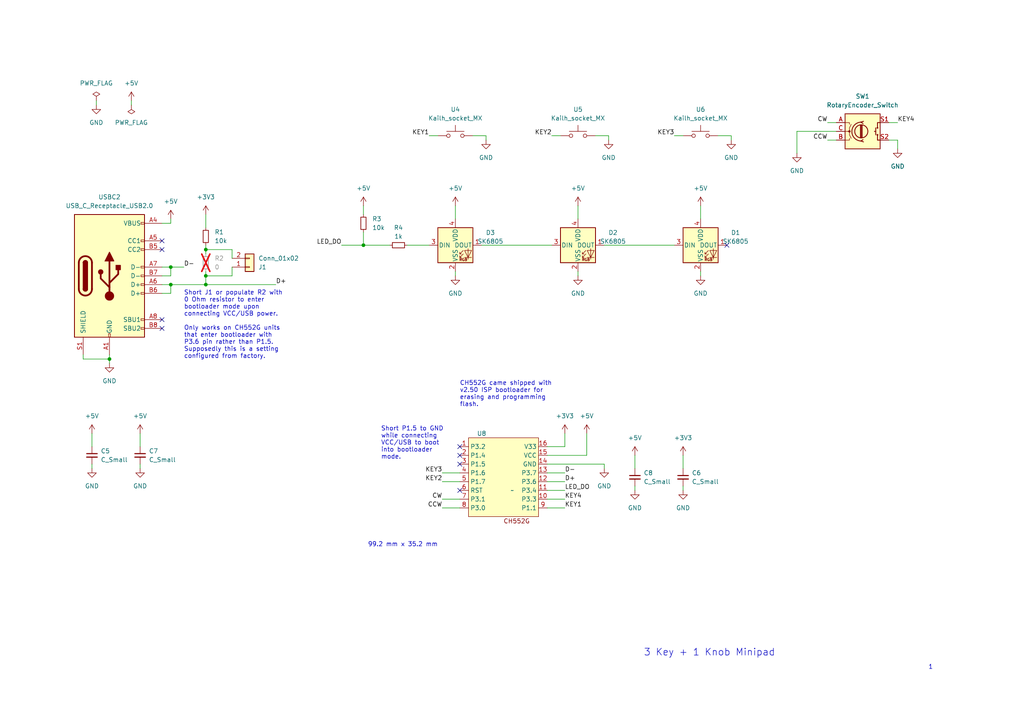
<source format=kicad_sch>
(kicad_sch (version 20230121) (generator eeschema)
  (paper "A4")
  (lib_symbols
    (symbol "CH552:CH552G"
      (property "Reference" "U" (at -11.43 12.7 0))
      (symbol "CH552G_1_1"
        (rectangle (start -10.16 11.43) (end 10.16 -11.43) (fill (type background)))
        (text "CH552G" (at 3.81 -12.7 0) (effects (font (size 1.27 1.27))))
        (pin bidirectional line (at -12.7 8.89 0) (length 2.54) (name "P3.2") (number "1"))
        (pin bidirectional line (at 12.7 -6.35 180) (length 2.54) (name "P3.3") (number "10"))
        (pin bidirectional line (at 12.7 -3.81 180) (length 2.54) (name "P3.4") (number "11"))
        (pin bidirectional line (at 12.7 -1.27 180) (length 2.54) (name "P3.6") (number "12"))
        (pin bidirectional line (at 12.7 1.27 180) (length 2.54) (name "P3.7") (number "13"))
        (pin power_in line (at 12.7 3.81 180) (length 2.54) (name "GND") (number "14"))
        (pin power_in line (at 12.7 6.35 180) (length 2.54) (name "VCC") (number "15"))
        (pin power_out line (at 12.7 8.89 180) (length 2.54) (name "V33") (number "16"))
        (pin bidirectional line (at -12.7 6.35 0) (length 2.54) (name "P1.4") (number "2"))
        (pin bidirectional line (at -12.7 3.81 0) (length 2.54) (name "P1.5") (number "3"))
        (pin bidirectional line (at -12.7 1.27 0) (length 2.54) (name "P1.6") (number "4"))
        (pin bidirectional line (at -12.7 -1.27 0) (length 2.54) (name "P1.7") (number "5"))
        (pin bidirectional line (at -12.7 -3.81 0) (length 2.54) (name "RST") (number "6"))
        (pin bidirectional line (at -12.7 -6.35 0) (length 2.54) (name "P3.1") (number "7"))
        (pin bidirectional line (at -12.7 -8.89 0) (length 2.54) (name "P3.0") (number "8"))
        (pin bidirectional line (at 12.7 -8.89 180) (length 2.54) (name "P1.1") (number "9"))
      )
    )
    (symbol "Connector:USB_C_Receptacle_USB2.0" (pin_names (offset 1.016))
      (property "Reference" "J" (at -10.16 19.05 0))
      (property "Value" "USB_C_Receptacle_USB2.0" (at 19.05 19.05 0))
      (symbol "USB_C_Receptacle_USB2.0_0_0"
        (rectangle (start -0.254 -17.78) (end 0.254 -16.764))
        (rectangle (start 10.16 -14.986) (end 9.144 -15.494))
        (rectangle (start 10.16 -12.446) (end 9.144 -12.954))
        (rectangle (start 10.16 -4.826) (end 9.144 -5.334))
        (rectangle (start 10.16 -2.286) (end 9.144 -2.794))
        (rectangle (start 10.16 0.254) (end 9.144 -0.254))
        (rectangle (start 10.16 2.794) (end 9.144 2.286))
        (rectangle (start 10.16 7.874) (end 9.144 7.366))
        (rectangle (start 10.16 10.414) (end 9.144 9.906))
        (rectangle (start 10.16 15.494) (end 9.144 14.986))
      )
      (symbol "USB_C_Receptacle_USB2.0_0_1"
        (rectangle (start -10.16 17.78) (end 10.16 -17.78) (stroke (width 0.254)) (fill (type background)))
        (arc (start -8.89 -3.81) (mid -6.985 -5.7067) (end -5.08 -3.81) (stroke (width 0.508)))
        (arc (start -7.62 -3.81) (mid -6.985 -4.4423) (end -6.35 -3.81) (stroke (width 0.254)))
        (arc (start -7.62 -3.81) (mid -6.985 -4.4423) (end -6.35 -3.81) (stroke (width 0.254)) (fill (type outline)))
        (rectangle (start -7.62 -3.81) (end -6.35 3.81) (stroke (width 0.254)) (fill (type outline)))
        (arc (start -6.35 3.81) (mid -6.985 4.4423) (end -7.62 3.81) (stroke (width 0.254)))
        (arc (start -6.35 3.81) (mid -6.985 4.4423) (end -7.62 3.81) (stroke (width 0.254)) (fill (type outline)))
        (arc (start -5.08 3.81) (mid -6.985 5.7067) (end -8.89 3.81) (stroke (width 0.508)))
        (circle (center -2.54 1.143) (radius 0.635) (stroke (width 0.254)) (fill (type outline)))
        (circle (center 0 -5.842) (radius 1.27) (fill (type outline)))
        (polyline (pts (xy -8.89 -3.81) (xy -8.89 3.81)) (stroke (width 0.508)))
        (polyline (pts (xy -5.08 3.81) (xy -5.08 -3.81)) (stroke (width 0.508)))
        (polyline (pts (xy 0 -5.842) (xy 0 4.318)) (stroke (width 0.508)))
        (polyline (pts (xy 0 -3.302) (xy -2.54 -0.762) (xy -2.54 0.508)) (stroke (width 0.508)))
        (polyline (pts (xy 0 -2.032) (xy 2.54 0.508) (xy 2.54 1.778)) (stroke (width 0.508)))
        (polyline (pts (xy -1.27 4.318) (xy 0 6.858) (xy 1.27 4.318) (xy -1.27 4.318)) (stroke (width 0.254)) (fill (type outline)))
        (rectangle (start 1.905 1.778) (end 3.175 3.048) (stroke (width 0.254)) (fill (type outline)))
      )
      (symbol "USB_C_Receptacle_USB2.0_1_1"
        (pin passive line (at 0 -22.86 90) (length 5.08) (name "GND") (number "A1"))
        (pin passive line (at 0 -22.86 90) (length 5.08) hide (name "GND") (number "A12"))
        (pin passive line (at 15.24 15.24 180) (length 5.08) (name "VBUS") (number "A4"))
        (pin bidirectional line (at 15.24 10.16 180) (length 5.08) (name "CC1") (number "A5"))
        (pin bidirectional line (at 15.24 -2.54 180) (length 5.08) (name "D+") (number "A6"))
        (pin bidirectional line (at 15.24 2.54 180) (length 5.08) (name "D-") (number "A7"))
        (pin bidirectional line (at 15.24 -12.7 180) (length 5.08) (name "SBU1") (number "A8"))
        (pin passive line (at 15.24 15.24 180) (length 5.08) hide (name "VBUS") (number "A9"))
        (pin passive line (at 0 -22.86 90) (length 5.08) hide (name "GND") (number "B1"))
        (pin passive line (at 0 -22.86 90) (length 5.08) hide (name "GND") (number "B12"))
        (pin passive line (at 15.24 15.24 180) (length 5.08) hide (name "VBUS") (number "B4"))
        (pin bidirectional line (at 15.24 7.62 180) (length 5.08) (name "CC2") (number "B5"))
        (pin bidirectional line (at 15.24 -5.08 180) (length 5.08) (name "D+") (number "B6"))
        (pin bidirectional line (at 15.24 0 180) (length 5.08) (name "D-") (number "B7"))
        (pin bidirectional line (at 15.24 -15.24 180) (length 5.08) (name "SBU2") (number "B8"))
        (pin passive line (at 15.24 15.24 180) (length 5.08) hide (name "VBUS") (number "B9"))
        (pin passive line (at -7.62 -22.86 90) (length 5.08) (name "SHIELD") (number "S1"))
      )
    )
    (symbol "Connector_Generic:Conn_01x02" (pin_names (offset 1.016) hide)
      (property "Reference" "J" (at 0 2.54 0))
      (property "Value" "Conn_01x02" (at 0 -5.08 0))
      (symbol "Conn_01x02_1_1"
        (rectangle (start -1.27 -2.413) (end 0 -2.667) (stroke (width 0.1524)))
        (rectangle (start -1.27 0.127) (end 0 -0.127) (stroke (width 0.1524)))
        (rectangle (start -1.27 1.27) (end 1.27 -3.81) (stroke (width 0.254)) (fill (type background)))
        (pin passive line (at -5.08 0 0) (length 3.81) (name "Pin_1") (number "1"))
        (pin passive line (at -5.08 -2.54 0) (length 3.81) (name "Pin_2") (number "2"))
      )
    )
    (symbol "Device:C_Small" (pin_numbers hide) (pin_names (offset 0.254) hide)
      (property "Reference" "C" (at 0.254 1.778 0))
      (property "Value" "C_Small" (at 0.254 -2.032 0))
      (symbol "C_Small_0_1"
        (polyline (pts (xy -1.524 -0.508) (xy 1.524 -0.508)) (stroke (width 0.3302)))
        (polyline (pts (xy -1.524 0.508) (xy 1.524 0.508)) (stroke (width 0.3048)))
      )
      (symbol "C_Small_1_1"
        (pin passive line (at 0 2.54 270) (length 2.032) (name "~") (number "1"))
        (pin passive line (at 0 -2.54 90) (length 2.032) (name "~") (number "2"))
      )
    )
    (symbol "Device:R_Small" (pin_numbers hide) (pin_names (offset 0.254) hide)
      (property "Reference" "R" (at 0.762 0.508 0))
      (property "Value" "R_Small" (at 0.762 -1.016 0))
      (symbol "R_Small_0_1"
        (rectangle (start -0.762 1.778) (end 0.762 -1.778) (stroke (width 0.2032)))
      )
      (symbol "R_Small_1_1"
        (pin passive line (at 0 2.54 270) (length 0.762) (name "~") (number "1"))
        (pin passive line (at 0 -2.54 90) (length 0.762) (name "~") (number "2"))
      )
    )
    (symbol "Device:RotaryEncoder_Switch" (pin_names (offset 0.254) hide)
      (property "Reference" "SW" (at 0 6.604 0))
      (property "Value" "RotaryEncoder_Switch" (at 0 -6.604 0))
      (symbol "RotaryEncoder_Switch_0_1"
        (rectangle (start -5.08 5.08) (end 5.08 -5.08) (stroke (width 0.254)) (fill (type background)))
        (circle (center -3.81 0) (radius 0.254) (fill (type outline)))
        (circle (center -0.381 0) (radius 1.905) (stroke (width 0.254)))
        (arc (start -0.381 2.667) (mid -3.0988 -0.0635) (end -0.381 -2.794) (stroke (width 0.254)))
        (polyline (pts (xy -0.635 -1.778) (xy -0.635 1.778)) (stroke (width 0.254)))
        (polyline (pts (xy -0.381 -1.778) (xy -0.381 1.778)) (stroke (width 0.254)))
        (polyline (pts (xy -0.127 1.778) (xy -0.127 -1.778)) (stroke (width 0.254)))
        (polyline (pts (xy 3.81 0) (xy 3.429 0)) (stroke (width 0.254)))
        (polyline (pts (xy 3.81 1.016) (xy 3.81 -1.016)) (stroke (width 0.254)))
        (polyline (pts (xy -5.08 -2.54) (xy -3.81 -2.54) (xy -3.81 -2.032)))
        (polyline (pts (xy -5.08 2.54) (xy -3.81 2.54) (xy -3.81 2.032)))
        (polyline (pts (xy 0.254 -3.048) (xy -0.508 -2.794) (xy 0.127 -2.413)) (stroke (width 0.254)))
        (polyline (pts (xy 0.254 2.921) (xy -0.508 2.667) (xy 0.127 2.286)) (stroke (width 0.254)))
        (polyline (pts (xy 5.08 -2.54) (xy 4.318 -2.54) (xy 4.318 -1.016)) (stroke (width 0.254)))
        (polyline (pts (xy 5.08 2.54) (xy 4.318 2.54) (xy 4.318 1.016)) (stroke (width 0.254)))
        (polyline (pts (xy -5.08 0) (xy -3.81 0) (xy -3.81 -1.016) (xy -3.302 -2.032)))
        (polyline (pts (xy -4.318 0) (xy -3.81 0) (xy -3.81 1.016) (xy -3.302 2.032)))
        (circle (center 4.318 -1.016) (radius 0.127) (stroke (width 0.254)))
        (circle (center 4.318 1.016) (radius 0.127) (stroke (width 0.254)))
      )
      (symbol "RotaryEncoder_Switch_1_1"
        (pin passive line (at -7.62 2.54 0) (length 2.54) (name "A") (number "A"))
        (pin passive line (at -7.62 -2.54 0) (length 2.54) (name "B") (number "B"))
        (pin passive line (at -7.62 0 0) (length 2.54) (name "C") (number "C"))
        (pin passive line (at 7.62 2.54 180) (length 2.54) (name "S1") (number "S1"))
        (pin passive line (at 7.62 -2.54 180) (length 2.54) (name "S2") (number "S2"))
      )
    )
    (symbol "LED:SK6805" (pin_names (offset 0.254))
      (property "Reference" "D" (at 5.08 5.715 0))
      (property "Value" "SK6805" (at 1.27 -5.715 0))
      (symbol "SK6805_0_0"
        (text "RGB" (at 2.286 -4.191 0) (effects (font (size 0.762 0.762))))
      )
      (symbol "SK6805_0_1"
        (polyline (pts (xy 1.27 -3.556) (xy 1.778 -3.556)))
        (polyline (pts (xy 1.27 -2.54) (xy 1.778 -2.54)))
        (polyline (pts (xy 4.699 -3.556) (xy 2.667 -3.556)))
        (polyline (pts (xy 2.286 -2.54) (xy 1.27 -3.556) (xy 1.27 -3.048)))
        (polyline (pts (xy 2.286 -1.524) (xy 1.27 -2.54) (xy 1.27 -2.032)))
        (polyline (pts (xy 3.683 -1.016) (xy 3.683 -3.556) (xy 3.683 -4.064)))
        (polyline (pts (xy 4.699 -1.524) (xy 2.667 -1.524) (xy 3.683 -3.556) (xy 4.699 -1.524)))
        (rectangle (start 5.08 5.08) (end -5.08 -5.08) (stroke (width 0.254)) (fill (type background)))
      )
      (symbol "SK6805_1_1"
        (pin output line (at 7.62 0 180) (length 2.54) (name "DOUT") (number "1"))
        (pin power_in line (at 0 -7.62 90) (length 2.54) (name "VSS") (number "2"))
        (pin input line (at -7.62 0 0) (length 2.54) (name "DIN") (number "3"))
        (pin power_in line (at 0 7.62 270) (length 2.54) (name "VDD") (number "4"))
      )
    )
    (symbol "Switch:SW_Push" (pin_numbers hide) (pin_names (offset 1.016) hide)
      (property "Reference" "SW" (at 1.27 2.54 0))
      (property "Value" "SW_Push" (at 0 -1.524 0))
      (symbol "SW_Push_0_1"
        (circle (center -2.032 0) (radius 0.508))
        (polyline (pts (xy 0 1.27) (xy 0 3.048)))
        (polyline (pts (xy 2.54 1.27) (xy -2.54 1.27)))
        (circle (center 2.032 0) (radius 0.508))
        (pin passive line (at -5.08 0 0) (length 2.54) (name "1") (number "1"))
        (pin passive line (at 5.08 0 180) (length 2.54) (name "2") (number "2"))
      )
    )
    (symbol "power:+3V3" (power) (pin_names (offset 0))
      (property "Value" "+3V3" (at 0 3.556 0))
      (symbol "+3V3_0_1"
        (polyline (pts (xy -0.762 1.27) (xy 0 2.54)))
        (polyline (pts (xy 0 0) (xy 0 2.54)))
        (polyline (pts (xy 0 2.54) (xy 0.762 1.27)))
      )
      (symbol "+3V3_1_1"
        (pin power_in line (at 0 0 90) (length 0) hide (name "+3V3") (number "1"))
      )
    )
    (symbol "power:+5V" (power) (pin_names (offset 0))
      (property "Value" "+5V" (at 0 3.556 0))
      (symbol "+5V_0_1"
        (polyline (pts (xy -0.762 1.27) (xy 0 2.54)))
        (polyline (pts (xy 0 0) (xy 0 2.54)))
        (polyline (pts (xy 0 2.54) (xy 0.762 1.27)))
      )
      (symbol "+5V_1_1"
        (pin power_in line (at 0 0 90) (length 0) hide (name "+5V") (number "1"))
      )
    )
    (symbol "power:GND" (power) (pin_names (offset 0))
      (property "Value" "GND" (at 0 -3.81 0))
      (symbol "GND_0_1"
        (polyline (pts (xy 0 0) (xy 0 -1.27) (xy 1.27 -1.27) (xy 0 -2.54) (xy -1.27 -1.27) (xy 0 -1.27)))
      )
      (symbol "GND_1_1"
        (pin power_in line (at 0 0 270) (length 0) hide (name "GND") (number "1"))
      )
    )
    (symbol "power:PWR_FLAG" (power) (pin_numbers hide) (pin_names (offset 0) hide)
      (property "Value" "PWR_FLAG" (at 0 3.81 0))
      (symbol "PWR_FLAG_0_0"
        (pin power_out line (at 0 0 90) (length 0) (name "pwr") (number "1"))
      )
      (symbol "PWR_FLAG_0_1"
        (polyline (pts (xy 0 0) (xy 0 1.27) (xy -1.016 1.905) (xy 0 2.54) (xy 1.016 1.905) (xy 0 1.27)))
      )
    )
  )
  (junction (at 49.53 77.47))
  (junction (at 59.69 82.55))
  (junction (at 105.41 71.12))
  (junction (at 59.69 80.01))
  (junction (at 31.75 104.14))
  (junction (at 59.69 72.39))
  (junction (at 49.53 82.55))
  (no_connect (at 46.99 92.71))
  (no_connect (at 46.99 69.85))
  (no_connect (at 46.99 95.25))
  (no_connect (at 133.35 132.08))
  (no_connect (at 133.35 129.54))
  (no_connect (at 133.35 142.24))
  (no_connect (at 210.82 71.12))
  (no_connect (at 133.35 134.62))
  (no_connect (at 46.99 72.39))
  (wire (pts (xy 27.94 29.21) (xy 27.94 30.48)))
  (wire (pts (xy 59.69 80.01) (xy 59.69 82.55)))
  (wire (pts (xy 46.99 82.55) (xy 49.53 82.55)))
  (wire (pts (xy 167.64 78.74) (xy 167.64 80.01)))
  (wire (pts (xy 158.75 134.62) (xy 175.26 134.62)))
  (wire (pts (xy 208.28 39.37) (xy 212.09 39.37)))
  (wire (pts (xy 158.75 147.32) (xy 163.83 147.32)))
  (wire (pts (xy 170.18 132.08) (xy 170.18 125.73)))
  (wire (pts (xy 257.81 40.64) (xy 260.35 40.64)))
  (wire (pts (xy 31.75 104.14) (xy 31.75 105.41)))
  (wire (pts (xy 160.02 39.37) (xy 162.56 39.37)))
  (wire (pts (xy 203.2 59.69) (xy 203.2 63.5)))
  (wire (pts (xy 105.41 71.12) (xy 113.03 71.12)))
  (wire (pts (xy 38.1 29.21) (xy 38.1 30.48)))
  (wire (pts (xy 46.99 80.01) (xy 49.53 80.01)))
  (wire (pts (xy 158.75 132.08) (xy 170.18 132.08)))
  (wire (pts (xy 212.09 40.64) (xy 212.09 39.37)))
  (wire (pts (xy 46.99 77.47) (xy 49.53 77.47)))
  (wire (pts (xy 133.35 139.7) (xy 128.27 139.7)))
  (wire (pts (xy 133.35 137.16) (xy 128.27 137.16)))
  (wire (pts (xy 67.31 72.39) (xy 59.69 72.39)))
  (wire (pts (xy 127 39.37) (xy 124.46 39.37)))
  (wire (pts (xy 167.64 59.69) (xy 167.64 63.5)))
  (wire (pts (xy 24.13 104.14) (xy 31.75 104.14)))
  (wire (pts (xy 46.99 64.77) (xy 49.53 64.77)))
  (wire (pts (xy 26.67 134.62) (xy 26.67 135.89)))
  (wire (pts (xy 158.75 142.24) (xy 163.83 142.24)))
  (wire (pts (xy 139.7 71.12) (xy 160.02 71.12)))
  (wire (pts (xy 40.64 125.73) (xy 40.64 129.54)))
  (wire (pts (xy 240.03 40.64) (xy 242.57 40.64)))
  (wire (pts (xy 128.27 144.78) (xy 133.35 144.78)))
  (wire (pts (xy 67.31 80.01) (xy 59.69 80.01)))
  (wire (pts (xy 49.53 77.47) (xy 53.34 77.47)))
  (wire (pts (xy 105.41 67.31) (xy 105.41 71.12)))
  (wire (pts (xy 59.69 78.74) (xy 59.69 80.01)))
  (wire (pts (xy 163.83 125.73) (xy 163.83 129.54)))
  (wire (pts (xy 26.67 125.73) (xy 26.67 129.54)))
  (wire (pts (xy 195.58 39.37) (xy 198.12 39.37)))
  (wire (pts (xy 240.03 35.56) (xy 242.57 35.56)))
  (wire (pts (xy 99.06 71.12) (xy 105.41 71.12)))
  (wire (pts (xy 231.14 38.1) (xy 242.57 38.1)))
  (wire (pts (xy 175.26 71.12) (xy 195.58 71.12)))
  (wire (pts (xy 260.35 40.64) (xy 260.35 43.18)))
  (wire (pts (xy 46.99 85.09) (xy 49.53 85.09)))
  (wire (pts (xy 59.69 82.55) (xy 80.01 82.55)))
  (wire (pts (xy 203.2 78.74) (xy 203.2 80.01)))
  (wire (pts (xy 176.53 40.64) (xy 176.53 39.37)))
  (wire (pts (xy 132.08 78.74) (xy 132.08 80.01)))
  (wire (pts (xy 49.53 64.77) (xy 49.53 63.5)))
  (wire (pts (xy 158.75 144.78) (xy 163.83 144.78)))
  (wire (pts (xy 175.26 134.62) (xy 175.26 135.89)))
  (wire (pts (xy 49.53 77.47) (xy 49.53 80.01)))
  (wire (pts (xy 132.08 59.69) (xy 132.08 63.5)))
  (wire (pts (xy 260.35 35.56) (xy 257.81 35.56)))
  (wire (pts (xy 198.12 140.97) (xy 198.12 142.24)))
  (wire (pts (xy 40.64 134.62) (xy 40.64 135.89)))
  (wire (pts (xy 105.41 59.69) (xy 105.41 62.23)))
  (wire (pts (xy 59.69 72.39) (xy 59.69 73.66)))
  (wire (pts (xy 67.31 77.47) (xy 67.31 80.01)))
  (wire (pts (xy 49.53 85.09) (xy 49.53 82.55)))
  (wire (pts (xy 231.14 38.1) (xy 231.14 44.45)))
  (wire (pts (xy 31.75 102.87) (xy 31.75 104.14)))
  (wire (pts (xy 49.53 82.55) (xy 59.69 82.55)))
  (wire (pts (xy 59.69 71.12) (xy 59.69 72.39)))
  (wire (pts (xy 59.69 62.23) (xy 59.69 66.04)))
  (wire (pts (xy 184.15 132.08) (xy 184.15 135.89)))
  (wire (pts (xy 140.97 40.64) (xy 140.97 39.37)))
  (wire (pts (xy 118.11 71.12) (xy 124.46 71.12)))
  (wire (pts (xy 128.27 147.32) (xy 133.35 147.32)))
  (wire (pts (xy 67.31 74.93) (xy 67.31 72.39)))
  (wire (pts (xy 158.75 137.16) (xy 163.83 137.16)))
  (wire (pts (xy 184.15 140.97) (xy 184.15 142.24)))
  (wire (pts (xy 158.75 139.7) (xy 163.83 139.7)))
  (wire (pts (xy 198.12 132.08) (xy 198.12 135.89)))
  (wire (pts (xy 158.75 129.54) (xy 163.83 129.54)))
  (wire (pts (xy 137.16 39.37) (xy 140.97 39.37)))
  (wire (pts (xy 24.13 102.87) (xy 24.13 104.14)))
  (wire (pts (xy 172.72 39.37) (xy 176.53 39.37)))
  (text "3 Key + 1 Knob Minipad" (at 186.69 190.5 0) (effects (font (size 2 2)) (justify left bottom)))
  (text "CH552G came shipped with\nv2.50 ISP bootloader for\nerasing and programming\nflash." (at 133.35 118.11 0) (effects (font (size 1.27 1.27)) (justify left bottom)))
  (text "99.2 mm x 35.2 mm" (at 106.68 158.75 0) (effects (font (size 1.27 1.27)) (justify left bottom)))
  (text "Short P1.5 to GND\nwhile connecting\nVCC/USB to boot\ninto bootloader\nmode." (at 110.49 133.35 0) (effects (font (size 1.27 1.27)) (justify left bottom)))
  (text "Short J1 or populate R2 with\n0 Ohm resistor to enter\nbootloader mode upon\nconnecting VCC/USB power.\n\nOnly works on CH552G units\nthat enter bootloader with\nP3.6 pin rather than P1.5.\nSupposedly this is a setting\nconfigured from factory." (at 53.34 104.14 0) (effects (font (size 1.27 1.27)) (justify left bottom)))
  (text "1" (at 269.24 194.31 0) (effects (font (size 1.27 1.27)) (justify left bottom)))
  (label "KEY4" (at 163.83 144.78 0))
  (label "KEY2" (at 128.27 139.7 180))
  (label "D-" (at 163.83 137.16 0))
  (label "KEY1" (at 124.46 39.37 180))
  (label "CW" (at 128.27 144.78 180))
  (label "KEY4" (at 260.35 35.56 0))
  (label "D-" (at 53.34 77.47 0))
  (label "D+" (at 163.83 139.7 0))
  (label "KEY3" (at 128.27 137.16 180))
  (label "KEY1" (at 163.83 147.32 0))
  (label "KEY3" (at 195.58 39.37 180))
  (label "CCW" (at 128.27 147.32 180))
  (label "CW" (at 240.03 35.56 180))
  (label "LED_DO" (at 99.06 71.12 180))
  (label "LED_DO" (at 163.83 142.24 0))
  (label "D+" (at 80.01 82.55 0))
  (label "KEY2" (at 160.02 39.37 180))
  (label "CCW" (at 240.03 40.64 180))
  (symbol (lib_id "CH552:CH552G") (at 146.05 138.43 0) (unit 1)
    (property "Reference" "U8" (at 139.7 125.73 0))
    (property "Value" "~" (at 148.59 142.24 0))
    (property "Footprint" "Package_SO:SOP-16_3.9x9.9mm_P1.27mm" (effects hide))
    (property "Datasheet" "https://www.wch-ic.com/downloads/CH552DS1_PDF.html" (effects hide))
  )
  (symbol (lib_id "Switch:SW_Push") (at 132.08 39.37 0) (unit 1)
    (property "Reference" "U4" (at 132.08 31.75 0))
    (property "Value" "Kailh_socket_MX" (at 132.08 34.29 0))
    (property "Footprint" "keyswitches:Kailh_socket_MX" (effects hide))
  )
  (symbol (lib_id "LED:SK6805") (at 203.2 71.12 0) (unit 1)
    (property "Reference" "D1" (at 213.36 67.4721 0))
    (property "Value" "SK6805" (at 213.36 70.0121 0))
    (property "Footprint" "LED_SMD:LED_SK6805_PLCC4_2.4x2.7mm_P1.3mm" (effects hide))
    (property "Datasheet" "https://cdn-shop.adafruit.com/product-files/3484/3484_Datasheet.pdf" (effects hide))
  )
  (symbol (lib_id "power:GND") (at 212.09 40.64 0) (unit 1)
    (property "Reference" "#PWR09" (effects hide))
    (property "Value" "GND" (at 212.09 45.72 0))
  )
  (symbol (lib_id "Device:C_Small") (at 198.12 138.43 0) (unit 1)
    (property "Reference" "C6" (at 200.66 137.1663 0) (effects (justify left)))
    (property "Value" "C_Small" (at 200.66 139.7063 0) (effects (justify left)))
    (property "Footprint" "Capacitor_SMD:C_0603_1608Metric" (effects hide))
  )
  (symbol (lib_id "Connector:USB_C_Receptacle_USB2.0") (at 31.75 80.01 0) (unit 1)
    (property "Reference" "USBC2" (at 31.75 57.15 0))
    (property "Value" "USB_C_Receptacle_USB2.0" (at 31.75 59.69 0))
    (property "Footprint" "Connector_USB:USB_C_Receptacle_GCT_USB4105-xx-A_16P_TopMnt_Horizontal" (effects hide))
    (property "Datasheet" "https://www.usb.org/sites/default/files/documents/usb_type-c.zip" (effects hide))
  )
  (symbol (lib_id "power:+5V") (at 167.64 59.69 0) (unit 1)
    (property "Reference" "#PWR020" (effects hide))
    (property "Value" "+5V" (at 167.64 54.61 0))
  )
  (symbol (lib_id "LED:SK6805") (at 167.64 71.12 0) (unit 1)
    (property "Reference" "D2" (at 177.8 67.4721 0))
    (property "Value" "SK6805" (at 177.8 70.0121 0))
    (property "Footprint" "LED_SMD:LED_SK6805_PLCC4_2.4x2.7mm_P1.3mm" (effects hide))
    (property "Datasheet" "https://cdn-shop.adafruit.com/product-files/3484/3484_Datasheet.pdf" (effects hide))
  )
  (symbol (lib_id "power:+5V") (at 170.18 125.73 0) (unit 1)
    (property "Reference" "#PWR017" (effects hide))
    (property "Value" "+5V" (at 170.18 120.65 0))
  )
  (symbol (lib_id "power:GND") (at 198.12 142.24 0) (unit 1)
    (property "Reference" "#PWR011" (effects hide))
    (property "Value" "GND" (at 198.12 147.32 0))
  )
  (symbol (lib_id "power:+5V") (at 132.08 59.69 0) (unit 1)
    (property "Reference" "#PWR019" (effects hide))
    (property "Value" "+5V" (at 132.08 54.61 0))
  )
  (symbol (lib_id "Device:R_Small") (at 115.57 71.12 90) (unit 1)
    (property "Reference" "R4" (at 115.57 66.04 90))
    (property "Value" "1k" (at 115.57 68.58 90))
    (property "Footprint" "Resistor_SMD:R_0603_1608Metric" (effects hide))
  )
  (symbol (lib_id "power:GND") (at 40.64 135.89 0) (unit 1)
    (property "Reference" "#PWR014" (effects hide))
    (property "Value" "GND" (at 40.64 140.97 0))
  )
  (symbol (lib_id "power:GND") (at 184.15 142.24 0) (unit 1)
    (property "Reference" "#PWR012" (effects hide))
    (property "Value" "GND" (at 184.15 147.32 0))
  )
  (symbol (lib_id "Device:R_Small") (at 59.69 68.58 0) (unit 1)
    (property "Reference" "R1" (at 62.23 67.31 0) (effects (justify left)))
    (property "Value" "10k" (at 62.23 69.85 0) (effects (justify left)))
    (property "Footprint" "Resistor_SMD:R_0603_1608Metric" (effects hide))
  )
  (symbol (lib_id "Device:C_Small") (at 40.64 132.08 0) (unit 1)
    (property "Reference" "C7" (at 43.18 130.8163 0) (effects (justify left)))
    (property "Value" "C_Small" (at 43.18 133.3563 0) (effects (justify left)))
    (property "Footprint" "Capacitor_SMD:C_0603_1608Metric" (effects hide))
  )
  (symbol (lib_id "power:GND") (at 203.2 80.01 0) (unit 1)
    (property "Reference" "#PWR06" (effects hide))
    (property "Value" "GND" (at 203.2 85.09 0))
  )
  (symbol (lib_id "power:GND") (at 132.08 80.01 0) (unit 1)
    (property "Reference" "#PWR04" (effects hide))
    (property "Value" "GND" (at 132.08 85.09 0))
  )
  (symbol (lib_id "Device:R_Small") (at 105.41 64.77 0) (unit 1)
    (property "Reference" "R3" (at 107.95 63.5 0) (effects (justify left)))
    (property "Value" "10k" (at 107.95 66.04 0) (effects (justify left)))
    (property "Footprint" "Resistor_SMD:R_0603_1608Metric" (effects hide))
  )
  (symbol (lib_id "power:+5V") (at 203.2 59.69 0) (unit 1)
    (property "Reference" "#PWR021" (effects hide))
    (property "Value" "+5V" (at 203.2 54.61 0))
  )
  (symbol (lib_id "power:+5V") (at 49.53 63.5 0) (unit 1)
    (property "Reference" "#PWR018" (effects hide))
    (property "Value" "+5V" (at 49.53 58.42 0))
  )
  (symbol (lib_id "power:+5V") (at 38.1 29.21 0) (unit 1)
    (property "Reference" "#PWR028" (effects hide))
    (property "Value" "+5V" (at 38.1 24.13 0))
  )
  (symbol (lib_id "power:GND") (at 176.53 40.64 0) (unit 1)
    (property "Reference" "#PWR08" (effects hide))
    (property "Value" "GND" (at 176.53 45.72 0))
  )
  (symbol (lib_id "Switch:SW_Push") (at 203.2 39.37 0) (unit 1)
    (property "Reference" "U6" (at 203.2 31.75 0))
    (property "Value" "Kailh_socket_MX" (at 203.2 34.29 0))
    (property "Footprint" "keyswitches:Kailh_socket_MX" (effects hide))
  )
  (symbol (lib_id "power:GND") (at 260.35 43.18 0) (unit 1)
    (property "Reference" "#PWR01" (effects hide))
    (property "Value" "GND" (at 260.35 48.26 0))
  )
  (symbol (lib_id "power:+5V") (at 105.41 59.69 0) (unit 1)
    (property "Reference" "#PWR015" (effects hide))
    (property "Value" "+5V" (at 105.41 54.61 0))
  )
  (symbol (lib_id "power:PWR_FLAG") (at 38.1 30.48 180) (unit 1)
    (property "Reference" "#FLG03" (effects hide))
    (property "Value" "PWR_FLAG" (at 38.1 35.56 0))
  )
  (symbol (lib_id "power:+3V3") (at 163.83 125.73 0) (unit 1)
    (property "Reference" "#PWR016" (effects hide))
    (property "Value" "+3V3" (at 163.83 120.65 0))
  )
  (symbol (lib_id "power:+3V3") (at 59.69 62.23 0) (unit 1)
    (property "Reference" "#PWR022" (effects hide))
    (property "Value" "+3V3" (at 59.69 57.15 0))
  )
  (symbol (lib_id "power:PWR_FLAG") (at 27.94 29.21 0) (unit 1)
    (property "Reference" "#FLG02" (effects hide))
    (property "Value" "PWR_FLAG" (at 27.94 24.13 0))
  )
  (symbol (lib_id "Device:C_Small") (at 184.15 138.43 0) (unit 1)
    (property "Reference" "C8" (at 186.69 137.1663 0) (effects (justify left)))
    (property "Value" "C_Small" (at 186.69 139.7063 0) (effects (justify left)))
    (property "Footprint" "Capacitor_SMD:C_0603_1608Metric" (effects hide))
  )
  (symbol (lib_id "Switch:SW_Push") (at 167.64 39.37 0) (unit 1)
    (property "Reference" "U5" (at 167.64 31.75 0))
    (property "Value" "Kailh_socket_MX" (at 167.64 34.29 0))
    (property "Footprint" "keyswitches:Kailh_socket_MX" (effects hide))
  )
  (symbol (lib_id "power:GND") (at 175.26 135.89 0) (unit 1)
    (property "Reference" "#PWR02" (effects hide))
    (property "Value" "GND" (at 175.26 140.97 0))
  )
  (symbol (lib_id "power:GND") (at 27.94 30.48 0) (unit 1)
    (property "Reference" "#PWR027" (effects hide))
    (property "Value" "GND" (at 27.94 35.56 0))
  )
  (symbol (lib_id "Device:R_Small") (at 59.69 76.2 0) (unit 1) (dnp yes)
    (property "Reference" "R2" (at 62.23 74.93 0) (effects (justify left)))
    (property "Value" "0" (at 62.23 77.47 0) (effects (justify left)))
    (property "Footprint" "Resistor_SMD:R_0603_1608Metric" (effects hide))
  )
  (symbol (lib_id "Connector_Generic:Conn_01x02") (at 72.39 77.47 0) (mirror x) (unit 1)
    (property "Reference" "J1" (at 74.93 77.47 0) (effects (justify left)))
    (property "Value" "Conn_01x02" (at 74.93 74.93 0) (effects (justify left)))
    (property "Footprint" "Connector_PinHeader_1.27mm:PinHeader_1x02_P1.27mm_Vertical" (effects hide))
  )
  (symbol (lib_id "power:+5V") (at 40.64 125.73 0) (unit 1)
    (property "Reference" "#PWR026" (effects hide))
    (property "Value" "+5V" (at 40.64 120.65 0))
  )
  (symbol (lib_id "power:GND") (at 31.75 105.41 0) (unit 1)
    (property "Reference" "#PWR010" (effects hide))
    (property "Value" "GND" (at 31.75 110.49 0))
  )
  (symbol (lib_id "LED:SK6805") (at 132.08 71.12 0) (unit 1)
    (property "Reference" "D3" (at 142.24 67.4721 0))
    (property "Value" "SK6805" (at 142.24 70.0121 0))
    (property "Footprint" "LED_SMD:LED_SK6805_PLCC4_2.4x2.7mm_P1.3mm" (effects hide))
    (property "Datasheet" "https://cdn-shop.adafruit.com/product-files/3484/3484_Datasheet.pdf" (effects hide))
  )
  (symbol (lib_id "power:GND") (at 140.97 40.64 0) (unit 1)
    (property "Reference" "#PWR07" (effects hide))
    (property "Value" "GND" (at 140.97 45.72 0))
  )
  (symbol (lib_id "power:+5V") (at 184.15 132.08 0) (unit 1)
    (property "Reference" "#PWR024" (effects hide))
    (property "Value" "+5V" (at 184.15 127 0))
  )
  (symbol (lib_id "power:+3V3") (at 198.12 132.08 0) (unit 1)
    (property "Reference" "#PWR023" (effects hide))
    (property "Value" "+3V3" (at 198.12 127 0))
  )
  (symbol (lib_id "power:GND") (at 167.64 80.01 0) (unit 1)
    (property "Reference" "#PWR05" (effects hide))
    (property "Value" "GND" (at 167.64 85.09 0))
  )
  (symbol (lib_id "Device:C_Small") (at 26.67 132.08 0) (unit 1)
    (property "Reference" "C5" (at 29.21 130.8163 0) (effects (justify left)))
    (property "Value" "C_Small" (at 29.21 133.3563 0) (effects (justify left)))
    (property "Footprint" "Capacitor_SMD:C_0603_1608Metric" (effects hide))
  )
  (symbol (lib_id "Device:RotaryEncoder_Switch") (at 250.19 38.1 0) (unit 1)
    (property "Reference" "SW1" (at 250.19 27.94 0))
    (property "Value" "RotaryEncoder_Switch" (at 250.19 30.48 0))
    (property "Footprint" "Rotary_Encoder:RotaryEncoder_Alps_EC12E-Switch_Vertical_H20mm" (effects hide))
  )
  (symbol (lib_id "power:GND") (at 26.67 135.89 0) (unit 1)
    (property "Reference" "#PWR013" (effects hide))
    (property "Value" "GND" (at 26.67 140.97 0))
  )
  (symbol (lib_id "power:GND") (at 231.14 44.45 0) (unit 1)
    (property "Reference" "#PWR03" (effects hide))
    (property "Value" "GND" (at 231.14 49.53 0))
  )
  (symbol (lib_id "power:+5V") (at 26.67 125.73 0) (unit 1)
    (property "Reference" "#PWR025" (effects hide))
    (property "Value" "+5V" (at 26.67 120.65 0))
  )
)
</source>
